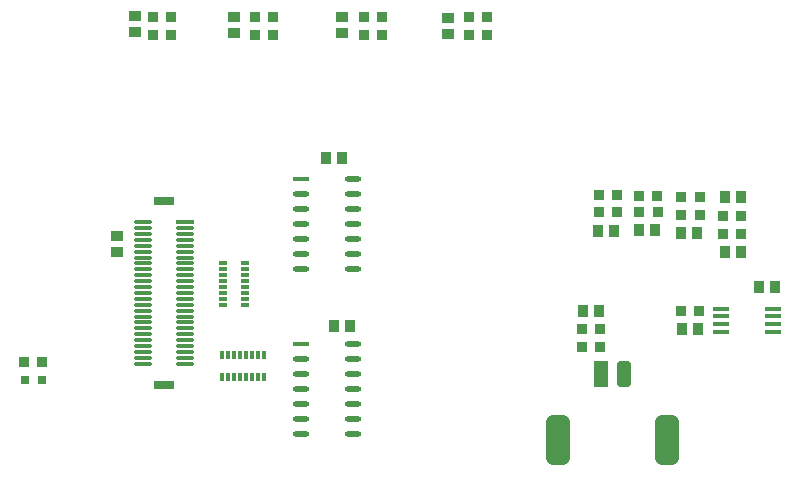
<source format=gtp>
G04*
G04 #@! TF.GenerationSoftware,Altium Limited,Altium Designer,20.0.9 (164)*
G04*
G04 Layer_Color=8421504*
%FSLAX25Y25*%
%MOIN*%
G70*
G01*
G75*
%ADD18R,0.03543X0.03937*%
%ADD19R,0.03347X0.03347*%
%ADD20R,0.03347X0.03347*%
%ADD21R,0.03937X0.03543*%
%ADD22R,0.05709X0.01772*%
G04:AMPARAMS|DCode=23|XSize=78.74mil|YSize=165.35mil|CornerRadius=19.68mil|HoleSize=0mil|Usage=FLASHONLY|Rotation=0.000|XOffset=0mil|YOffset=0mil|HoleType=Round|Shape=RoundedRectangle|*
%AMROUNDEDRECTD23*
21,1,0.07874,0.12598,0,0,0.0*
21,1,0.03937,0.16535,0,0,0.0*
1,1,0.03937,0.01968,-0.06299*
1,1,0.03937,-0.01968,-0.06299*
1,1,0.03937,-0.01968,0.06299*
1,1,0.03937,0.01968,0.06299*
%
%ADD23ROUNDEDRECTD23*%
%ADD24R,0.04724X0.08661*%
G04:AMPARAMS|DCode=25|XSize=47.24mil|YSize=86.61mil|CornerRadius=11.81mil|HoleSize=0mil|Usage=FLASHONLY|Rotation=0.000|XOffset=0mil|YOffset=0mil|HoleType=Round|Shape=RoundedRectangle|*
%AMROUNDEDRECTD25*
21,1,0.04724,0.06299,0,0,0.0*
21,1,0.02362,0.08661,0,0,0.0*
1,1,0.02362,0.01181,-0.03150*
1,1,0.02362,-0.01181,-0.03150*
1,1,0.02362,-0.01181,0.03150*
1,1,0.02362,0.01181,0.03150*
%
%ADD25ROUNDEDRECTD25*%
%ADD26R,0.03150X0.03150*%
%ADD27O,0.05709X0.01772*%
%ADD28R,0.01400X0.03000*%
%ADD29R,0.03000X0.01400*%
%ADD30R,0.07087X0.03150*%
%ADD31R,0.06299X0.01181*%
%ADD32O,0.06299X0.01181*%
D18*
X235315Y81000D02*
D03*
X230000D02*
D03*
X244685Y74575D02*
D03*
X250000D02*
D03*
X244685Y93000D02*
D03*
X250000D02*
D03*
X216000Y82000D02*
D03*
X221315D02*
D03*
X207575Y81575D02*
D03*
X202260D02*
D03*
X261315Y63000D02*
D03*
X256000D02*
D03*
X197343Y55000D02*
D03*
X202658D02*
D03*
X230343Y49000D02*
D03*
X235658D02*
D03*
X114342Y50000D02*
D03*
X119658D02*
D03*
X111685Y106000D02*
D03*
X117000D02*
D03*
D19*
X230000Y87000D02*
D03*
X236102D02*
D03*
X230000Y93000D02*
D03*
X236102D02*
D03*
X250000Y80575D02*
D03*
X243898D02*
D03*
X250000Y86575D02*
D03*
X243898D02*
D03*
X222102Y88000D02*
D03*
X216000D02*
D03*
X222051Y93500D02*
D03*
X215949D02*
D03*
X202449Y88000D02*
D03*
X208551D02*
D03*
X202575Y93575D02*
D03*
X208677D02*
D03*
X203051Y49000D02*
D03*
X196949D02*
D03*
X203051Y43000D02*
D03*
X196949D02*
D03*
X236051Y55000D02*
D03*
X229949D02*
D03*
X17051Y38000D02*
D03*
X10949D02*
D03*
D20*
X165110Y147000D02*
D03*
Y153102D02*
D03*
X159110Y146898D02*
D03*
Y153000D02*
D03*
X130110Y147000D02*
D03*
Y153102D02*
D03*
X124110Y147000D02*
D03*
Y153102D02*
D03*
X94000Y146898D02*
D03*
Y153000D02*
D03*
X88000Y147000D02*
D03*
Y153102D02*
D03*
X60047Y147000D02*
D03*
Y153102D02*
D03*
X54047Y147000D02*
D03*
Y153102D02*
D03*
D21*
X152110Y147343D02*
D03*
Y152657D02*
D03*
X117000Y147685D02*
D03*
Y153000D02*
D03*
X81000Y147685D02*
D03*
Y153000D02*
D03*
X48000Y148000D02*
D03*
Y153315D02*
D03*
X42000Y74685D02*
D03*
Y80000D02*
D03*
D22*
X260661Y48130D02*
D03*
Y50689D02*
D03*
Y53248D02*
D03*
Y55807D02*
D03*
X243339Y48130D02*
D03*
Y50689D02*
D03*
Y53248D02*
D03*
Y55807D02*
D03*
X103339Y44000D02*
D03*
Y99000D02*
D03*
D23*
X225220Y12000D02*
D03*
X189000D02*
D03*
D24*
X203173Y33968D02*
D03*
D25*
X211047D02*
D03*
D26*
X11095Y32000D02*
D03*
X17000D02*
D03*
D27*
X120662Y14000D02*
D03*
Y19000D02*
D03*
Y24000D02*
D03*
Y29000D02*
D03*
Y34000D02*
D03*
Y39000D02*
D03*
Y44000D02*
D03*
X103339Y14000D02*
D03*
Y19000D02*
D03*
Y24000D02*
D03*
Y29000D02*
D03*
Y34000D02*
D03*
Y39000D02*
D03*
X120662Y69000D02*
D03*
Y74000D02*
D03*
Y79000D02*
D03*
Y84000D02*
D03*
Y89000D02*
D03*
Y94000D02*
D03*
Y99000D02*
D03*
X103339Y69000D02*
D03*
Y74000D02*
D03*
Y79000D02*
D03*
Y84000D02*
D03*
Y89000D02*
D03*
Y94000D02*
D03*
D28*
X77000Y40300D02*
D03*
X79000D02*
D03*
X81000D02*
D03*
X83000D02*
D03*
X85000D02*
D03*
X87000D02*
D03*
X89000D02*
D03*
X91000D02*
D03*
Y33000D02*
D03*
X89000D02*
D03*
X87000D02*
D03*
X85000D02*
D03*
X83000D02*
D03*
X81000D02*
D03*
X79000D02*
D03*
X77000D02*
D03*
D29*
X77350Y57000D02*
D03*
Y59000D02*
D03*
Y61000D02*
D03*
Y63000D02*
D03*
Y65000D02*
D03*
Y67000D02*
D03*
Y69000D02*
D03*
Y71000D02*
D03*
X84650D02*
D03*
Y69000D02*
D03*
Y67000D02*
D03*
Y65000D02*
D03*
Y63000D02*
D03*
Y61000D02*
D03*
Y59000D02*
D03*
Y57000D02*
D03*
D30*
X57653Y30347D02*
D03*
Y91764D02*
D03*
D31*
X64740Y84677D02*
D03*
D32*
Y82709D02*
D03*
Y80740D02*
D03*
Y78772D02*
D03*
Y76803D02*
D03*
Y74835D02*
D03*
Y72866D02*
D03*
Y70898D02*
D03*
Y68929D02*
D03*
Y66961D02*
D03*
Y64992D02*
D03*
Y63024D02*
D03*
Y61055D02*
D03*
Y59087D02*
D03*
Y57118D02*
D03*
Y55150D02*
D03*
Y53181D02*
D03*
Y51213D02*
D03*
Y49244D02*
D03*
Y47276D02*
D03*
Y45307D02*
D03*
Y43339D02*
D03*
Y41370D02*
D03*
Y39402D02*
D03*
Y37433D02*
D03*
X50567D02*
D03*
Y39402D02*
D03*
Y41370D02*
D03*
Y43339D02*
D03*
Y45307D02*
D03*
Y47276D02*
D03*
Y49244D02*
D03*
Y51213D02*
D03*
Y53181D02*
D03*
Y55150D02*
D03*
Y57118D02*
D03*
Y59087D02*
D03*
Y61055D02*
D03*
Y63024D02*
D03*
Y64992D02*
D03*
Y66961D02*
D03*
Y68929D02*
D03*
Y70898D02*
D03*
Y72866D02*
D03*
Y74835D02*
D03*
Y76803D02*
D03*
Y78772D02*
D03*
Y80740D02*
D03*
Y82709D02*
D03*
Y84677D02*
D03*
M02*

</source>
